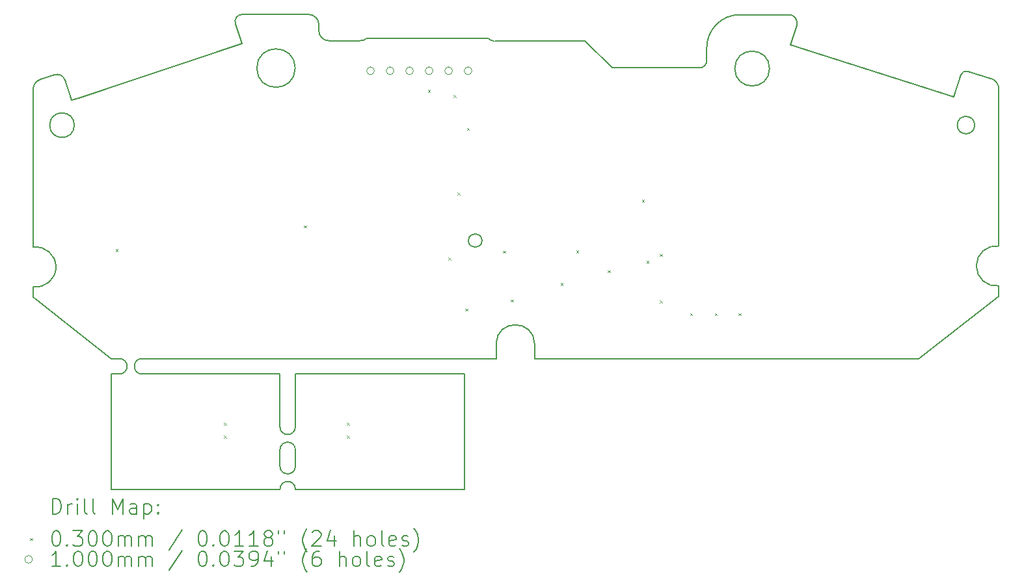
<source format=gbr>
%TF.GenerationSoftware,KiCad,Pcbnew,8.0.9*%
%TF.CreationDate,2025-09-24T23:27:44+09:00*%
%TF.ProjectId,usb_sfc_pad,7573625f-7366-4635-9f70-61642e6b6963,rev?*%
%TF.SameCoordinates,Original*%
%TF.FileFunction,Drillmap*%
%TF.FilePolarity,Positive*%
%FSLAX45Y45*%
G04 Gerber Fmt 4.5, Leading zero omitted, Abs format (unit mm)*
G04 Created by KiCad (PCBNEW 8.0.9) date 2025-09-24 23:27:44*
%MOMM*%
%LPD*%
G01*
G04 APERTURE LIST*
%ADD10C,0.200000*%
%ADD11C,0.050000*%
%ADD12C,0.100000*%
G04 APERTURE END LIST*
D10*
X15166155Y-12552955D02*
G75*
G02*
X15666787Y-12558575I250275J-6465D01*
G01*
X13392241Y-8609462D02*
X12992122Y-8609462D01*
X12353771Y-12950000D02*
X12353771Y-13637500D01*
X21708663Y-11801257D02*
G75*
G02*
X21708662Y-11282103I-31583J259577D01*
G01*
X12553771Y-13937500D02*
X12553771Y-14150000D01*
X12956271Y-12747936D02*
X14856271Y-12747936D01*
X17907513Y-8870472D02*
G75*
G02*
X17816331Y-8961653I-91183J2D01*
G01*
X12553771Y-13637500D02*
G75*
G02*
X12353771Y-13637500I-100000J0D01*
G01*
X17816331Y-8961654D02*
X16674113Y-8961654D01*
X18978236Y-8269557D02*
X18338130Y-8269557D01*
X17907513Y-8700174D02*
G75*
G02*
X18338130Y-8269553I430617J4D01*
G01*
X13489798Y-8574752D02*
G75*
G02*
X13392241Y-8609461I-97558J119752D01*
G01*
X9142289Y-11813560D02*
X9142289Y-11944802D01*
X9421554Y-9052068D02*
X9231940Y-9114902D01*
X12992122Y-8609462D02*
G75*
G02*
X12859578Y-8476923I-2J132542D01*
G01*
X10260000Y-12747936D02*
G75*
G02*
X10260000Y-12950004I3160J-101034D01*
G01*
X12859583Y-8476923D02*
X12859583Y-8398885D01*
X9142289Y-11297846D02*
G75*
G02*
X9142289Y-11813560I36020J-257857D01*
G01*
X10156271Y-12747936D02*
X10260000Y-12747936D01*
X21216225Y-9052481D02*
X21125553Y-9337870D01*
X9737625Y-9353309D02*
X9642500Y-9385000D01*
X14753771Y-14450000D02*
X14753771Y-12950000D01*
X11773121Y-8389529D02*
G75*
G02*
X11861629Y-8266892I88509J29379D01*
G01*
X18724928Y-8971095D02*
G75*
G02*
X18272108Y-8971095I-226410J0D01*
G01*
X18272108Y-8971095D02*
G75*
G02*
X18724928Y-8971095I226410J0D01*
G01*
X11773121Y-8389529D02*
X11859256Y-8648994D01*
X14753771Y-12950000D02*
X12553771Y-12950000D01*
X21708663Y-11940487D02*
X21708663Y-11801257D01*
X15666791Y-12558575D02*
X15666791Y-12747936D01*
X21393964Y-9707707D02*
G75*
G02*
X21167544Y-9707707I-113210J0D01*
G01*
X21167544Y-9707707D02*
G75*
G02*
X21393964Y-9707707I113210J0D01*
G01*
X12353771Y-12950000D02*
X10560000Y-12950000D01*
X12553771Y-12950000D02*
X12553771Y-13637500D01*
X14982698Y-11211638D02*
G75*
G02*
X14806068Y-11211638I-88315J0D01*
G01*
X14806068Y-11211638D02*
G75*
G02*
X14982698Y-11211638I88315J0D01*
G01*
X10560000Y-12950000D02*
G75*
G02*
X10560000Y-12747940I0J101030D01*
G01*
X10153771Y-12950000D02*
X10260000Y-12950000D01*
X9421554Y-9052068D02*
G75*
G02*
X9554031Y-9118512I33016J-99462D01*
G01*
X9676283Y-9708732D02*
G75*
G02*
X9356283Y-9708732I-160000J0D01*
G01*
X9356283Y-9708732D02*
G75*
G02*
X9676283Y-9708732I160000J0D01*
G01*
X9142289Y-9239125D02*
G75*
G02*
X9231941Y-9114905I130891J-5D01*
G01*
X21216225Y-9052481D02*
G75*
G02*
X21305850Y-9005853I68215J-21669D01*
G01*
X10153771Y-12950000D02*
X10153771Y-14450000D01*
X16321176Y-8614729D02*
X15150646Y-8614729D01*
X12353771Y-13937500D02*
X12353771Y-14150000D01*
X12553771Y-14150000D02*
G75*
G02*
X12353771Y-14150000I-100000J0D01*
G01*
X12353771Y-14450000D02*
G75*
G02*
X12553771Y-14450000I100000J0D01*
G01*
X12551631Y-8964978D02*
G75*
G02*
X12051631Y-8964978I-250000J0D01*
G01*
X12051631Y-8964978D02*
G75*
G02*
X12551631Y-8964978I250000J0D01*
G01*
X15666791Y-12747936D02*
X20666039Y-12747936D01*
X9142289Y-11944802D02*
X10156271Y-12747936D01*
X21708663Y-11282092D02*
X21708663Y-9239664D01*
X15130040Y-8612264D02*
G75*
G02*
X15059998Y-8575002I21250J124404D01*
G01*
X10153771Y-14450000D02*
X12353771Y-14450000D01*
X18996614Y-8661480D02*
X19077864Y-8405745D01*
X12553771Y-14450000D02*
X14753771Y-14450000D01*
D11*
X15130040Y-8612264D02*
X15150646Y-8614729D01*
D10*
X17907513Y-8700174D02*
X17907513Y-8870472D01*
X16674113Y-8961654D02*
X16321176Y-8614729D01*
X9142289Y-9239125D02*
X9142289Y-11297846D01*
X14856271Y-12747936D02*
X15166155Y-12747936D01*
X15166155Y-12747936D02*
X15166155Y-12552955D01*
X21125553Y-9337870D02*
X18996614Y-8661480D01*
X15060000Y-8575000D02*
X13489798Y-8574752D01*
X11456271Y-12747936D02*
X12956271Y-12747936D01*
X12727589Y-8266890D02*
X11861629Y-8266890D01*
X21606014Y-9099921D02*
G75*
G02*
X21708661Y-9239664I-43794J-139739D01*
G01*
X9642500Y-9385000D02*
X9554034Y-9118511D01*
X10560000Y-12747936D02*
X11456271Y-12747936D01*
X18978237Y-8269557D02*
G75*
G02*
X19077865Y-8405745I3J-104533D01*
G01*
X21606014Y-9099921D02*
X21305851Y-9005851D01*
X12727589Y-8266890D02*
G75*
G02*
X12859580Y-8398885I1J-131990D01*
G01*
X12353771Y-13937500D02*
G75*
G02*
X12553771Y-13937500I100000J0D01*
G01*
X11859256Y-8648994D02*
X9737625Y-9353309D01*
X20666039Y-12747936D02*
X21708663Y-11940487D01*
D12*
X10215000Y-11325000D02*
X10245000Y-11355000D01*
X10245000Y-11325000D02*
X10215000Y-11355000D01*
X11625000Y-13585000D02*
X11655000Y-13615000D01*
X11655000Y-13585000D02*
X11625000Y-13615000D01*
X11625000Y-13755000D02*
X11655000Y-13785000D01*
X11655000Y-13755000D02*
X11625000Y-13785000D01*
X12665000Y-11015000D02*
X12695000Y-11045000D01*
X12695000Y-11015000D02*
X12665000Y-11045000D01*
X13225000Y-13585000D02*
X13255000Y-13615000D01*
X13255000Y-13585000D02*
X13225000Y-13615000D01*
X13225000Y-13755000D02*
X13255000Y-13785000D01*
X13255000Y-13755000D02*
X13225000Y-13785000D01*
X14279000Y-9251000D02*
X14309000Y-9281000D01*
X14309000Y-9251000D02*
X14279000Y-9281000D01*
X14545000Y-11435000D02*
X14575000Y-11465000D01*
X14575000Y-11435000D02*
X14545000Y-11465000D01*
X14615000Y-9315000D02*
X14645000Y-9345000D01*
X14645000Y-9315000D02*
X14615000Y-9345000D01*
X14665000Y-10585000D02*
X14695000Y-10615000D01*
X14695000Y-10585000D02*
X14665000Y-10615000D01*
X14765000Y-12097500D02*
X14795000Y-12127500D01*
X14795000Y-12097500D02*
X14765000Y-12127500D01*
X14785000Y-9745000D02*
X14815000Y-9775000D01*
X14815000Y-9745000D02*
X14785000Y-9775000D01*
X15255000Y-11346029D02*
X15285000Y-11376029D01*
X15285000Y-11346029D02*
X15255000Y-11376029D01*
X15357500Y-11977500D02*
X15387500Y-12007500D01*
X15387500Y-11977500D02*
X15357500Y-12007500D01*
X16005000Y-11765000D02*
X16035000Y-11795000D01*
X16035000Y-11765000D02*
X16005000Y-11795000D01*
X16210000Y-11340000D02*
X16240000Y-11370000D01*
X16240000Y-11340000D02*
X16210000Y-11370000D01*
X16620000Y-11600000D02*
X16650000Y-11630000D01*
X16650000Y-11600000D02*
X16620000Y-11630000D01*
X17062500Y-10677500D02*
X17092500Y-10707500D01*
X17092500Y-10677500D02*
X17062500Y-10707500D01*
X17125000Y-11475000D02*
X17155000Y-11505000D01*
X17155000Y-11475000D02*
X17125000Y-11505000D01*
X17295000Y-11992500D02*
X17325000Y-12022500D01*
X17325000Y-11992500D02*
X17295000Y-12022500D01*
X17297500Y-11385000D02*
X17327500Y-11415000D01*
X17327500Y-11385000D02*
X17297500Y-11415000D01*
X17692500Y-12157500D02*
X17722500Y-12187500D01*
X17722500Y-12157500D02*
X17692500Y-12187500D01*
X18012500Y-12157500D02*
X18042500Y-12187500D01*
X18042500Y-12157500D02*
X18012500Y-12187500D01*
X18322500Y-12157500D02*
X18352500Y-12187500D01*
X18352500Y-12157500D02*
X18322500Y-12187500D01*
X13582000Y-9000000D02*
G75*
G02*
X13482000Y-9000000I-50000J0D01*
G01*
X13482000Y-9000000D02*
G75*
G02*
X13582000Y-9000000I50000J0D01*
G01*
X13836000Y-9000000D02*
G75*
G02*
X13736000Y-9000000I-50000J0D01*
G01*
X13736000Y-9000000D02*
G75*
G02*
X13836000Y-9000000I50000J0D01*
G01*
X14090000Y-9000000D02*
G75*
G02*
X13990000Y-9000000I-50000J0D01*
G01*
X13990000Y-9000000D02*
G75*
G02*
X14090000Y-9000000I50000J0D01*
G01*
X14344000Y-9000000D02*
G75*
G02*
X14244000Y-9000000I-50000J0D01*
G01*
X14244000Y-9000000D02*
G75*
G02*
X14344000Y-9000000I50000J0D01*
G01*
X14598000Y-9000000D02*
G75*
G02*
X14498000Y-9000000I-50000J0D01*
G01*
X14498000Y-9000000D02*
G75*
G02*
X14598000Y-9000000I50000J0D01*
G01*
X14852000Y-9000000D02*
G75*
G02*
X14752000Y-9000000I-50000J0D01*
G01*
X14752000Y-9000000D02*
G75*
G02*
X14852000Y-9000000I50000J0D01*
G01*
D10*
X9393066Y-14771484D02*
X9393066Y-14571484D01*
X9393066Y-14571484D02*
X9440685Y-14571484D01*
X9440685Y-14571484D02*
X9469256Y-14581008D01*
X9469256Y-14581008D02*
X9488304Y-14600055D01*
X9488304Y-14600055D02*
X9497828Y-14619103D01*
X9497828Y-14619103D02*
X9507352Y-14657198D01*
X9507352Y-14657198D02*
X9507352Y-14685769D01*
X9507352Y-14685769D02*
X9497828Y-14723865D01*
X9497828Y-14723865D02*
X9488304Y-14742912D01*
X9488304Y-14742912D02*
X9469256Y-14761960D01*
X9469256Y-14761960D02*
X9440685Y-14771484D01*
X9440685Y-14771484D02*
X9393066Y-14771484D01*
X9593066Y-14771484D02*
X9593066Y-14638150D01*
X9593066Y-14676246D02*
X9602590Y-14657198D01*
X9602590Y-14657198D02*
X9612113Y-14647674D01*
X9612113Y-14647674D02*
X9631161Y-14638150D01*
X9631161Y-14638150D02*
X9650209Y-14638150D01*
X9716875Y-14771484D02*
X9716875Y-14638150D01*
X9716875Y-14571484D02*
X9707352Y-14581008D01*
X9707352Y-14581008D02*
X9716875Y-14590531D01*
X9716875Y-14590531D02*
X9726399Y-14581008D01*
X9726399Y-14581008D02*
X9716875Y-14571484D01*
X9716875Y-14571484D02*
X9716875Y-14590531D01*
X9840685Y-14771484D02*
X9821637Y-14761960D01*
X9821637Y-14761960D02*
X9812113Y-14742912D01*
X9812113Y-14742912D02*
X9812113Y-14571484D01*
X9945447Y-14771484D02*
X9926399Y-14761960D01*
X9926399Y-14761960D02*
X9916875Y-14742912D01*
X9916875Y-14742912D02*
X9916875Y-14571484D01*
X10174018Y-14771484D02*
X10174018Y-14571484D01*
X10174018Y-14571484D02*
X10240685Y-14714341D01*
X10240685Y-14714341D02*
X10307352Y-14571484D01*
X10307352Y-14571484D02*
X10307352Y-14771484D01*
X10488304Y-14771484D02*
X10488304Y-14666722D01*
X10488304Y-14666722D02*
X10478780Y-14647674D01*
X10478780Y-14647674D02*
X10459733Y-14638150D01*
X10459733Y-14638150D02*
X10421637Y-14638150D01*
X10421637Y-14638150D02*
X10402590Y-14647674D01*
X10488304Y-14761960D02*
X10469256Y-14771484D01*
X10469256Y-14771484D02*
X10421637Y-14771484D01*
X10421637Y-14771484D02*
X10402590Y-14761960D01*
X10402590Y-14761960D02*
X10393066Y-14742912D01*
X10393066Y-14742912D02*
X10393066Y-14723865D01*
X10393066Y-14723865D02*
X10402590Y-14704817D01*
X10402590Y-14704817D02*
X10421637Y-14695293D01*
X10421637Y-14695293D02*
X10469256Y-14695293D01*
X10469256Y-14695293D02*
X10488304Y-14685769D01*
X10583542Y-14638150D02*
X10583542Y-14838150D01*
X10583542Y-14647674D02*
X10602590Y-14638150D01*
X10602590Y-14638150D02*
X10640685Y-14638150D01*
X10640685Y-14638150D02*
X10659733Y-14647674D01*
X10659733Y-14647674D02*
X10669256Y-14657198D01*
X10669256Y-14657198D02*
X10678780Y-14676246D01*
X10678780Y-14676246D02*
X10678780Y-14733388D01*
X10678780Y-14733388D02*
X10669256Y-14752436D01*
X10669256Y-14752436D02*
X10659733Y-14761960D01*
X10659733Y-14761960D02*
X10640685Y-14771484D01*
X10640685Y-14771484D02*
X10602590Y-14771484D01*
X10602590Y-14771484D02*
X10583542Y-14761960D01*
X10764494Y-14752436D02*
X10774018Y-14761960D01*
X10774018Y-14761960D02*
X10764494Y-14771484D01*
X10764494Y-14771484D02*
X10754971Y-14761960D01*
X10754971Y-14761960D02*
X10764494Y-14752436D01*
X10764494Y-14752436D02*
X10764494Y-14771484D01*
X10764494Y-14647674D02*
X10774018Y-14657198D01*
X10774018Y-14657198D02*
X10764494Y-14666722D01*
X10764494Y-14666722D02*
X10754971Y-14657198D01*
X10754971Y-14657198D02*
X10764494Y-14647674D01*
X10764494Y-14647674D02*
X10764494Y-14666722D01*
D12*
X9102289Y-15085000D02*
X9132289Y-15115000D01*
X9132289Y-15085000D02*
X9102289Y-15115000D01*
D10*
X9431161Y-14991484D02*
X9450209Y-14991484D01*
X9450209Y-14991484D02*
X9469256Y-15001008D01*
X9469256Y-15001008D02*
X9478780Y-15010531D01*
X9478780Y-15010531D02*
X9488304Y-15029579D01*
X9488304Y-15029579D02*
X9497828Y-15067674D01*
X9497828Y-15067674D02*
X9497828Y-15115293D01*
X9497828Y-15115293D02*
X9488304Y-15153388D01*
X9488304Y-15153388D02*
X9478780Y-15172436D01*
X9478780Y-15172436D02*
X9469256Y-15181960D01*
X9469256Y-15181960D02*
X9450209Y-15191484D01*
X9450209Y-15191484D02*
X9431161Y-15191484D01*
X9431161Y-15191484D02*
X9412113Y-15181960D01*
X9412113Y-15181960D02*
X9402590Y-15172436D01*
X9402590Y-15172436D02*
X9393066Y-15153388D01*
X9393066Y-15153388D02*
X9383542Y-15115293D01*
X9383542Y-15115293D02*
X9383542Y-15067674D01*
X9383542Y-15067674D02*
X9393066Y-15029579D01*
X9393066Y-15029579D02*
X9402590Y-15010531D01*
X9402590Y-15010531D02*
X9412113Y-15001008D01*
X9412113Y-15001008D02*
X9431161Y-14991484D01*
X9583542Y-15172436D02*
X9593066Y-15181960D01*
X9593066Y-15181960D02*
X9583542Y-15191484D01*
X9583542Y-15191484D02*
X9574018Y-15181960D01*
X9574018Y-15181960D02*
X9583542Y-15172436D01*
X9583542Y-15172436D02*
X9583542Y-15191484D01*
X9659733Y-14991484D02*
X9783542Y-14991484D01*
X9783542Y-14991484D02*
X9716875Y-15067674D01*
X9716875Y-15067674D02*
X9745447Y-15067674D01*
X9745447Y-15067674D02*
X9764494Y-15077198D01*
X9764494Y-15077198D02*
X9774018Y-15086722D01*
X9774018Y-15086722D02*
X9783542Y-15105769D01*
X9783542Y-15105769D02*
X9783542Y-15153388D01*
X9783542Y-15153388D02*
X9774018Y-15172436D01*
X9774018Y-15172436D02*
X9764494Y-15181960D01*
X9764494Y-15181960D02*
X9745447Y-15191484D01*
X9745447Y-15191484D02*
X9688304Y-15191484D01*
X9688304Y-15191484D02*
X9669256Y-15181960D01*
X9669256Y-15181960D02*
X9659733Y-15172436D01*
X9907352Y-14991484D02*
X9926399Y-14991484D01*
X9926399Y-14991484D02*
X9945447Y-15001008D01*
X9945447Y-15001008D02*
X9954971Y-15010531D01*
X9954971Y-15010531D02*
X9964494Y-15029579D01*
X9964494Y-15029579D02*
X9974018Y-15067674D01*
X9974018Y-15067674D02*
X9974018Y-15115293D01*
X9974018Y-15115293D02*
X9964494Y-15153388D01*
X9964494Y-15153388D02*
X9954971Y-15172436D01*
X9954971Y-15172436D02*
X9945447Y-15181960D01*
X9945447Y-15181960D02*
X9926399Y-15191484D01*
X9926399Y-15191484D02*
X9907352Y-15191484D01*
X9907352Y-15191484D02*
X9888304Y-15181960D01*
X9888304Y-15181960D02*
X9878780Y-15172436D01*
X9878780Y-15172436D02*
X9869256Y-15153388D01*
X9869256Y-15153388D02*
X9859733Y-15115293D01*
X9859733Y-15115293D02*
X9859733Y-15067674D01*
X9859733Y-15067674D02*
X9869256Y-15029579D01*
X9869256Y-15029579D02*
X9878780Y-15010531D01*
X9878780Y-15010531D02*
X9888304Y-15001008D01*
X9888304Y-15001008D02*
X9907352Y-14991484D01*
X10097828Y-14991484D02*
X10116875Y-14991484D01*
X10116875Y-14991484D02*
X10135923Y-15001008D01*
X10135923Y-15001008D02*
X10145447Y-15010531D01*
X10145447Y-15010531D02*
X10154971Y-15029579D01*
X10154971Y-15029579D02*
X10164494Y-15067674D01*
X10164494Y-15067674D02*
X10164494Y-15115293D01*
X10164494Y-15115293D02*
X10154971Y-15153388D01*
X10154971Y-15153388D02*
X10145447Y-15172436D01*
X10145447Y-15172436D02*
X10135923Y-15181960D01*
X10135923Y-15181960D02*
X10116875Y-15191484D01*
X10116875Y-15191484D02*
X10097828Y-15191484D01*
X10097828Y-15191484D02*
X10078780Y-15181960D01*
X10078780Y-15181960D02*
X10069256Y-15172436D01*
X10069256Y-15172436D02*
X10059733Y-15153388D01*
X10059733Y-15153388D02*
X10050209Y-15115293D01*
X10050209Y-15115293D02*
X10050209Y-15067674D01*
X10050209Y-15067674D02*
X10059733Y-15029579D01*
X10059733Y-15029579D02*
X10069256Y-15010531D01*
X10069256Y-15010531D02*
X10078780Y-15001008D01*
X10078780Y-15001008D02*
X10097828Y-14991484D01*
X10250209Y-15191484D02*
X10250209Y-15058150D01*
X10250209Y-15077198D02*
X10259733Y-15067674D01*
X10259733Y-15067674D02*
X10278780Y-15058150D01*
X10278780Y-15058150D02*
X10307352Y-15058150D01*
X10307352Y-15058150D02*
X10326399Y-15067674D01*
X10326399Y-15067674D02*
X10335923Y-15086722D01*
X10335923Y-15086722D02*
X10335923Y-15191484D01*
X10335923Y-15086722D02*
X10345447Y-15067674D01*
X10345447Y-15067674D02*
X10364494Y-15058150D01*
X10364494Y-15058150D02*
X10393066Y-15058150D01*
X10393066Y-15058150D02*
X10412114Y-15067674D01*
X10412114Y-15067674D02*
X10421637Y-15086722D01*
X10421637Y-15086722D02*
X10421637Y-15191484D01*
X10516875Y-15191484D02*
X10516875Y-15058150D01*
X10516875Y-15077198D02*
X10526399Y-15067674D01*
X10526399Y-15067674D02*
X10545447Y-15058150D01*
X10545447Y-15058150D02*
X10574018Y-15058150D01*
X10574018Y-15058150D02*
X10593066Y-15067674D01*
X10593066Y-15067674D02*
X10602590Y-15086722D01*
X10602590Y-15086722D02*
X10602590Y-15191484D01*
X10602590Y-15086722D02*
X10612114Y-15067674D01*
X10612114Y-15067674D02*
X10631161Y-15058150D01*
X10631161Y-15058150D02*
X10659733Y-15058150D01*
X10659733Y-15058150D02*
X10678780Y-15067674D01*
X10678780Y-15067674D02*
X10688304Y-15086722D01*
X10688304Y-15086722D02*
X10688304Y-15191484D01*
X11078780Y-14981960D02*
X10907352Y-15239103D01*
X11335923Y-14991484D02*
X11354971Y-14991484D01*
X11354971Y-14991484D02*
X11374018Y-15001008D01*
X11374018Y-15001008D02*
X11383542Y-15010531D01*
X11383542Y-15010531D02*
X11393066Y-15029579D01*
X11393066Y-15029579D02*
X11402590Y-15067674D01*
X11402590Y-15067674D02*
X11402590Y-15115293D01*
X11402590Y-15115293D02*
X11393066Y-15153388D01*
X11393066Y-15153388D02*
X11383542Y-15172436D01*
X11383542Y-15172436D02*
X11374018Y-15181960D01*
X11374018Y-15181960D02*
X11354971Y-15191484D01*
X11354971Y-15191484D02*
X11335923Y-15191484D01*
X11335923Y-15191484D02*
X11316875Y-15181960D01*
X11316875Y-15181960D02*
X11307352Y-15172436D01*
X11307352Y-15172436D02*
X11297828Y-15153388D01*
X11297828Y-15153388D02*
X11288304Y-15115293D01*
X11288304Y-15115293D02*
X11288304Y-15067674D01*
X11288304Y-15067674D02*
X11297828Y-15029579D01*
X11297828Y-15029579D02*
X11307352Y-15010531D01*
X11307352Y-15010531D02*
X11316875Y-15001008D01*
X11316875Y-15001008D02*
X11335923Y-14991484D01*
X11488304Y-15172436D02*
X11497828Y-15181960D01*
X11497828Y-15181960D02*
X11488304Y-15191484D01*
X11488304Y-15191484D02*
X11478780Y-15181960D01*
X11478780Y-15181960D02*
X11488304Y-15172436D01*
X11488304Y-15172436D02*
X11488304Y-15191484D01*
X11621637Y-14991484D02*
X11640685Y-14991484D01*
X11640685Y-14991484D02*
X11659733Y-15001008D01*
X11659733Y-15001008D02*
X11669256Y-15010531D01*
X11669256Y-15010531D02*
X11678780Y-15029579D01*
X11678780Y-15029579D02*
X11688304Y-15067674D01*
X11688304Y-15067674D02*
X11688304Y-15115293D01*
X11688304Y-15115293D02*
X11678780Y-15153388D01*
X11678780Y-15153388D02*
X11669256Y-15172436D01*
X11669256Y-15172436D02*
X11659733Y-15181960D01*
X11659733Y-15181960D02*
X11640685Y-15191484D01*
X11640685Y-15191484D02*
X11621637Y-15191484D01*
X11621637Y-15191484D02*
X11602590Y-15181960D01*
X11602590Y-15181960D02*
X11593066Y-15172436D01*
X11593066Y-15172436D02*
X11583542Y-15153388D01*
X11583542Y-15153388D02*
X11574018Y-15115293D01*
X11574018Y-15115293D02*
X11574018Y-15067674D01*
X11574018Y-15067674D02*
X11583542Y-15029579D01*
X11583542Y-15029579D02*
X11593066Y-15010531D01*
X11593066Y-15010531D02*
X11602590Y-15001008D01*
X11602590Y-15001008D02*
X11621637Y-14991484D01*
X11878780Y-15191484D02*
X11764495Y-15191484D01*
X11821637Y-15191484D02*
X11821637Y-14991484D01*
X11821637Y-14991484D02*
X11802590Y-15020055D01*
X11802590Y-15020055D02*
X11783542Y-15039103D01*
X11783542Y-15039103D02*
X11764495Y-15048627D01*
X12069256Y-15191484D02*
X11954971Y-15191484D01*
X12012114Y-15191484D02*
X12012114Y-14991484D01*
X12012114Y-14991484D02*
X11993066Y-15020055D01*
X11993066Y-15020055D02*
X11974018Y-15039103D01*
X11974018Y-15039103D02*
X11954971Y-15048627D01*
X12183542Y-15077198D02*
X12164495Y-15067674D01*
X12164495Y-15067674D02*
X12154971Y-15058150D01*
X12154971Y-15058150D02*
X12145447Y-15039103D01*
X12145447Y-15039103D02*
X12145447Y-15029579D01*
X12145447Y-15029579D02*
X12154971Y-15010531D01*
X12154971Y-15010531D02*
X12164495Y-15001008D01*
X12164495Y-15001008D02*
X12183542Y-14991484D01*
X12183542Y-14991484D02*
X12221637Y-14991484D01*
X12221637Y-14991484D02*
X12240685Y-15001008D01*
X12240685Y-15001008D02*
X12250209Y-15010531D01*
X12250209Y-15010531D02*
X12259733Y-15029579D01*
X12259733Y-15029579D02*
X12259733Y-15039103D01*
X12259733Y-15039103D02*
X12250209Y-15058150D01*
X12250209Y-15058150D02*
X12240685Y-15067674D01*
X12240685Y-15067674D02*
X12221637Y-15077198D01*
X12221637Y-15077198D02*
X12183542Y-15077198D01*
X12183542Y-15077198D02*
X12164495Y-15086722D01*
X12164495Y-15086722D02*
X12154971Y-15096246D01*
X12154971Y-15096246D02*
X12145447Y-15115293D01*
X12145447Y-15115293D02*
X12145447Y-15153388D01*
X12145447Y-15153388D02*
X12154971Y-15172436D01*
X12154971Y-15172436D02*
X12164495Y-15181960D01*
X12164495Y-15181960D02*
X12183542Y-15191484D01*
X12183542Y-15191484D02*
X12221637Y-15191484D01*
X12221637Y-15191484D02*
X12240685Y-15181960D01*
X12240685Y-15181960D02*
X12250209Y-15172436D01*
X12250209Y-15172436D02*
X12259733Y-15153388D01*
X12259733Y-15153388D02*
X12259733Y-15115293D01*
X12259733Y-15115293D02*
X12250209Y-15096246D01*
X12250209Y-15096246D02*
X12240685Y-15086722D01*
X12240685Y-15086722D02*
X12221637Y-15077198D01*
X12335923Y-14991484D02*
X12335923Y-15029579D01*
X12412114Y-14991484D02*
X12412114Y-15029579D01*
X12707352Y-15267674D02*
X12697828Y-15258150D01*
X12697828Y-15258150D02*
X12678780Y-15229579D01*
X12678780Y-15229579D02*
X12669257Y-15210531D01*
X12669257Y-15210531D02*
X12659733Y-15181960D01*
X12659733Y-15181960D02*
X12650209Y-15134341D01*
X12650209Y-15134341D02*
X12650209Y-15096246D01*
X12650209Y-15096246D02*
X12659733Y-15048627D01*
X12659733Y-15048627D02*
X12669257Y-15020055D01*
X12669257Y-15020055D02*
X12678780Y-15001008D01*
X12678780Y-15001008D02*
X12697828Y-14972436D01*
X12697828Y-14972436D02*
X12707352Y-14962912D01*
X12774018Y-15010531D02*
X12783542Y-15001008D01*
X12783542Y-15001008D02*
X12802590Y-14991484D01*
X12802590Y-14991484D02*
X12850209Y-14991484D01*
X12850209Y-14991484D02*
X12869257Y-15001008D01*
X12869257Y-15001008D02*
X12878780Y-15010531D01*
X12878780Y-15010531D02*
X12888304Y-15029579D01*
X12888304Y-15029579D02*
X12888304Y-15048627D01*
X12888304Y-15048627D02*
X12878780Y-15077198D01*
X12878780Y-15077198D02*
X12764495Y-15191484D01*
X12764495Y-15191484D02*
X12888304Y-15191484D01*
X13059733Y-15058150D02*
X13059733Y-15191484D01*
X13012114Y-14981960D02*
X12964495Y-15124817D01*
X12964495Y-15124817D02*
X13088304Y-15124817D01*
X13316876Y-15191484D02*
X13316876Y-14991484D01*
X13402590Y-15191484D02*
X13402590Y-15086722D01*
X13402590Y-15086722D02*
X13393066Y-15067674D01*
X13393066Y-15067674D02*
X13374019Y-15058150D01*
X13374019Y-15058150D02*
X13345447Y-15058150D01*
X13345447Y-15058150D02*
X13326399Y-15067674D01*
X13326399Y-15067674D02*
X13316876Y-15077198D01*
X13526399Y-15191484D02*
X13507352Y-15181960D01*
X13507352Y-15181960D02*
X13497828Y-15172436D01*
X13497828Y-15172436D02*
X13488304Y-15153388D01*
X13488304Y-15153388D02*
X13488304Y-15096246D01*
X13488304Y-15096246D02*
X13497828Y-15077198D01*
X13497828Y-15077198D02*
X13507352Y-15067674D01*
X13507352Y-15067674D02*
X13526399Y-15058150D01*
X13526399Y-15058150D02*
X13554971Y-15058150D01*
X13554971Y-15058150D02*
X13574019Y-15067674D01*
X13574019Y-15067674D02*
X13583542Y-15077198D01*
X13583542Y-15077198D02*
X13593066Y-15096246D01*
X13593066Y-15096246D02*
X13593066Y-15153388D01*
X13593066Y-15153388D02*
X13583542Y-15172436D01*
X13583542Y-15172436D02*
X13574019Y-15181960D01*
X13574019Y-15181960D02*
X13554971Y-15191484D01*
X13554971Y-15191484D02*
X13526399Y-15191484D01*
X13707352Y-15191484D02*
X13688304Y-15181960D01*
X13688304Y-15181960D02*
X13678780Y-15162912D01*
X13678780Y-15162912D02*
X13678780Y-14991484D01*
X13859733Y-15181960D02*
X13840685Y-15191484D01*
X13840685Y-15191484D02*
X13802590Y-15191484D01*
X13802590Y-15191484D02*
X13783542Y-15181960D01*
X13783542Y-15181960D02*
X13774019Y-15162912D01*
X13774019Y-15162912D02*
X13774019Y-15086722D01*
X13774019Y-15086722D02*
X13783542Y-15067674D01*
X13783542Y-15067674D02*
X13802590Y-15058150D01*
X13802590Y-15058150D02*
X13840685Y-15058150D01*
X13840685Y-15058150D02*
X13859733Y-15067674D01*
X13859733Y-15067674D02*
X13869257Y-15086722D01*
X13869257Y-15086722D02*
X13869257Y-15105769D01*
X13869257Y-15105769D02*
X13774019Y-15124817D01*
X13945447Y-15181960D02*
X13964495Y-15191484D01*
X13964495Y-15191484D02*
X14002590Y-15191484D01*
X14002590Y-15191484D02*
X14021638Y-15181960D01*
X14021638Y-15181960D02*
X14031161Y-15162912D01*
X14031161Y-15162912D02*
X14031161Y-15153388D01*
X14031161Y-15153388D02*
X14021638Y-15134341D01*
X14021638Y-15134341D02*
X14002590Y-15124817D01*
X14002590Y-15124817D02*
X13974019Y-15124817D01*
X13974019Y-15124817D02*
X13954971Y-15115293D01*
X13954971Y-15115293D02*
X13945447Y-15096246D01*
X13945447Y-15096246D02*
X13945447Y-15086722D01*
X13945447Y-15086722D02*
X13954971Y-15067674D01*
X13954971Y-15067674D02*
X13974019Y-15058150D01*
X13974019Y-15058150D02*
X14002590Y-15058150D01*
X14002590Y-15058150D02*
X14021638Y-15067674D01*
X14097828Y-15267674D02*
X14107352Y-15258150D01*
X14107352Y-15258150D02*
X14126400Y-15229579D01*
X14126400Y-15229579D02*
X14135923Y-15210531D01*
X14135923Y-15210531D02*
X14145447Y-15181960D01*
X14145447Y-15181960D02*
X14154971Y-15134341D01*
X14154971Y-15134341D02*
X14154971Y-15096246D01*
X14154971Y-15096246D02*
X14145447Y-15048627D01*
X14145447Y-15048627D02*
X14135923Y-15020055D01*
X14135923Y-15020055D02*
X14126400Y-15001008D01*
X14126400Y-15001008D02*
X14107352Y-14972436D01*
X14107352Y-14972436D02*
X14097828Y-14962912D01*
D12*
X9132289Y-15364000D02*
G75*
G02*
X9032289Y-15364000I-50000J0D01*
G01*
X9032289Y-15364000D02*
G75*
G02*
X9132289Y-15364000I50000J0D01*
G01*
D10*
X9497828Y-15455484D02*
X9383542Y-15455484D01*
X9440685Y-15455484D02*
X9440685Y-15255484D01*
X9440685Y-15255484D02*
X9421637Y-15284055D01*
X9421637Y-15284055D02*
X9402590Y-15303103D01*
X9402590Y-15303103D02*
X9383542Y-15312627D01*
X9583542Y-15436436D02*
X9593066Y-15445960D01*
X9593066Y-15445960D02*
X9583542Y-15455484D01*
X9583542Y-15455484D02*
X9574018Y-15445960D01*
X9574018Y-15445960D02*
X9583542Y-15436436D01*
X9583542Y-15436436D02*
X9583542Y-15455484D01*
X9716875Y-15255484D02*
X9735923Y-15255484D01*
X9735923Y-15255484D02*
X9754971Y-15265008D01*
X9754971Y-15265008D02*
X9764494Y-15274531D01*
X9764494Y-15274531D02*
X9774018Y-15293579D01*
X9774018Y-15293579D02*
X9783542Y-15331674D01*
X9783542Y-15331674D02*
X9783542Y-15379293D01*
X9783542Y-15379293D02*
X9774018Y-15417388D01*
X9774018Y-15417388D02*
X9764494Y-15436436D01*
X9764494Y-15436436D02*
X9754971Y-15445960D01*
X9754971Y-15445960D02*
X9735923Y-15455484D01*
X9735923Y-15455484D02*
X9716875Y-15455484D01*
X9716875Y-15455484D02*
X9697828Y-15445960D01*
X9697828Y-15445960D02*
X9688304Y-15436436D01*
X9688304Y-15436436D02*
X9678780Y-15417388D01*
X9678780Y-15417388D02*
X9669256Y-15379293D01*
X9669256Y-15379293D02*
X9669256Y-15331674D01*
X9669256Y-15331674D02*
X9678780Y-15293579D01*
X9678780Y-15293579D02*
X9688304Y-15274531D01*
X9688304Y-15274531D02*
X9697828Y-15265008D01*
X9697828Y-15265008D02*
X9716875Y-15255484D01*
X9907352Y-15255484D02*
X9926399Y-15255484D01*
X9926399Y-15255484D02*
X9945447Y-15265008D01*
X9945447Y-15265008D02*
X9954971Y-15274531D01*
X9954971Y-15274531D02*
X9964494Y-15293579D01*
X9964494Y-15293579D02*
X9974018Y-15331674D01*
X9974018Y-15331674D02*
X9974018Y-15379293D01*
X9974018Y-15379293D02*
X9964494Y-15417388D01*
X9964494Y-15417388D02*
X9954971Y-15436436D01*
X9954971Y-15436436D02*
X9945447Y-15445960D01*
X9945447Y-15445960D02*
X9926399Y-15455484D01*
X9926399Y-15455484D02*
X9907352Y-15455484D01*
X9907352Y-15455484D02*
X9888304Y-15445960D01*
X9888304Y-15445960D02*
X9878780Y-15436436D01*
X9878780Y-15436436D02*
X9869256Y-15417388D01*
X9869256Y-15417388D02*
X9859733Y-15379293D01*
X9859733Y-15379293D02*
X9859733Y-15331674D01*
X9859733Y-15331674D02*
X9869256Y-15293579D01*
X9869256Y-15293579D02*
X9878780Y-15274531D01*
X9878780Y-15274531D02*
X9888304Y-15265008D01*
X9888304Y-15265008D02*
X9907352Y-15255484D01*
X10097828Y-15255484D02*
X10116875Y-15255484D01*
X10116875Y-15255484D02*
X10135923Y-15265008D01*
X10135923Y-15265008D02*
X10145447Y-15274531D01*
X10145447Y-15274531D02*
X10154971Y-15293579D01*
X10154971Y-15293579D02*
X10164494Y-15331674D01*
X10164494Y-15331674D02*
X10164494Y-15379293D01*
X10164494Y-15379293D02*
X10154971Y-15417388D01*
X10154971Y-15417388D02*
X10145447Y-15436436D01*
X10145447Y-15436436D02*
X10135923Y-15445960D01*
X10135923Y-15445960D02*
X10116875Y-15455484D01*
X10116875Y-15455484D02*
X10097828Y-15455484D01*
X10097828Y-15455484D02*
X10078780Y-15445960D01*
X10078780Y-15445960D02*
X10069256Y-15436436D01*
X10069256Y-15436436D02*
X10059733Y-15417388D01*
X10059733Y-15417388D02*
X10050209Y-15379293D01*
X10050209Y-15379293D02*
X10050209Y-15331674D01*
X10050209Y-15331674D02*
X10059733Y-15293579D01*
X10059733Y-15293579D02*
X10069256Y-15274531D01*
X10069256Y-15274531D02*
X10078780Y-15265008D01*
X10078780Y-15265008D02*
X10097828Y-15255484D01*
X10250209Y-15455484D02*
X10250209Y-15322150D01*
X10250209Y-15341198D02*
X10259733Y-15331674D01*
X10259733Y-15331674D02*
X10278780Y-15322150D01*
X10278780Y-15322150D02*
X10307352Y-15322150D01*
X10307352Y-15322150D02*
X10326399Y-15331674D01*
X10326399Y-15331674D02*
X10335923Y-15350722D01*
X10335923Y-15350722D02*
X10335923Y-15455484D01*
X10335923Y-15350722D02*
X10345447Y-15331674D01*
X10345447Y-15331674D02*
X10364494Y-15322150D01*
X10364494Y-15322150D02*
X10393066Y-15322150D01*
X10393066Y-15322150D02*
X10412114Y-15331674D01*
X10412114Y-15331674D02*
X10421637Y-15350722D01*
X10421637Y-15350722D02*
X10421637Y-15455484D01*
X10516875Y-15455484D02*
X10516875Y-15322150D01*
X10516875Y-15341198D02*
X10526399Y-15331674D01*
X10526399Y-15331674D02*
X10545447Y-15322150D01*
X10545447Y-15322150D02*
X10574018Y-15322150D01*
X10574018Y-15322150D02*
X10593066Y-15331674D01*
X10593066Y-15331674D02*
X10602590Y-15350722D01*
X10602590Y-15350722D02*
X10602590Y-15455484D01*
X10602590Y-15350722D02*
X10612114Y-15331674D01*
X10612114Y-15331674D02*
X10631161Y-15322150D01*
X10631161Y-15322150D02*
X10659733Y-15322150D01*
X10659733Y-15322150D02*
X10678780Y-15331674D01*
X10678780Y-15331674D02*
X10688304Y-15350722D01*
X10688304Y-15350722D02*
X10688304Y-15455484D01*
X11078780Y-15245960D02*
X10907352Y-15503103D01*
X11335923Y-15255484D02*
X11354971Y-15255484D01*
X11354971Y-15255484D02*
X11374018Y-15265008D01*
X11374018Y-15265008D02*
X11383542Y-15274531D01*
X11383542Y-15274531D02*
X11393066Y-15293579D01*
X11393066Y-15293579D02*
X11402590Y-15331674D01*
X11402590Y-15331674D02*
X11402590Y-15379293D01*
X11402590Y-15379293D02*
X11393066Y-15417388D01*
X11393066Y-15417388D02*
X11383542Y-15436436D01*
X11383542Y-15436436D02*
X11374018Y-15445960D01*
X11374018Y-15445960D02*
X11354971Y-15455484D01*
X11354971Y-15455484D02*
X11335923Y-15455484D01*
X11335923Y-15455484D02*
X11316875Y-15445960D01*
X11316875Y-15445960D02*
X11307352Y-15436436D01*
X11307352Y-15436436D02*
X11297828Y-15417388D01*
X11297828Y-15417388D02*
X11288304Y-15379293D01*
X11288304Y-15379293D02*
X11288304Y-15331674D01*
X11288304Y-15331674D02*
X11297828Y-15293579D01*
X11297828Y-15293579D02*
X11307352Y-15274531D01*
X11307352Y-15274531D02*
X11316875Y-15265008D01*
X11316875Y-15265008D02*
X11335923Y-15255484D01*
X11488304Y-15436436D02*
X11497828Y-15445960D01*
X11497828Y-15445960D02*
X11488304Y-15455484D01*
X11488304Y-15455484D02*
X11478780Y-15445960D01*
X11478780Y-15445960D02*
X11488304Y-15436436D01*
X11488304Y-15436436D02*
X11488304Y-15455484D01*
X11621637Y-15255484D02*
X11640685Y-15255484D01*
X11640685Y-15255484D02*
X11659733Y-15265008D01*
X11659733Y-15265008D02*
X11669256Y-15274531D01*
X11669256Y-15274531D02*
X11678780Y-15293579D01*
X11678780Y-15293579D02*
X11688304Y-15331674D01*
X11688304Y-15331674D02*
X11688304Y-15379293D01*
X11688304Y-15379293D02*
X11678780Y-15417388D01*
X11678780Y-15417388D02*
X11669256Y-15436436D01*
X11669256Y-15436436D02*
X11659733Y-15445960D01*
X11659733Y-15445960D02*
X11640685Y-15455484D01*
X11640685Y-15455484D02*
X11621637Y-15455484D01*
X11621637Y-15455484D02*
X11602590Y-15445960D01*
X11602590Y-15445960D02*
X11593066Y-15436436D01*
X11593066Y-15436436D02*
X11583542Y-15417388D01*
X11583542Y-15417388D02*
X11574018Y-15379293D01*
X11574018Y-15379293D02*
X11574018Y-15331674D01*
X11574018Y-15331674D02*
X11583542Y-15293579D01*
X11583542Y-15293579D02*
X11593066Y-15274531D01*
X11593066Y-15274531D02*
X11602590Y-15265008D01*
X11602590Y-15265008D02*
X11621637Y-15255484D01*
X11754971Y-15255484D02*
X11878780Y-15255484D01*
X11878780Y-15255484D02*
X11812114Y-15331674D01*
X11812114Y-15331674D02*
X11840685Y-15331674D01*
X11840685Y-15331674D02*
X11859733Y-15341198D01*
X11859733Y-15341198D02*
X11869256Y-15350722D01*
X11869256Y-15350722D02*
X11878780Y-15369769D01*
X11878780Y-15369769D02*
X11878780Y-15417388D01*
X11878780Y-15417388D02*
X11869256Y-15436436D01*
X11869256Y-15436436D02*
X11859733Y-15445960D01*
X11859733Y-15445960D02*
X11840685Y-15455484D01*
X11840685Y-15455484D02*
X11783542Y-15455484D01*
X11783542Y-15455484D02*
X11764495Y-15445960D01*
X11764495Y-15445960D02*
X11754971Y-15436436D01*
X11974018Y-15455484D02*
X12012114Y-15455484D01*
X12012114Y-15455484D02*
X12031161Y-15445960D01*
X12031161Y-15445960D02*
X12040685Y-15436436D01*
X12040685Y-15436436D02*
X12059733Y-15407865D01*
X12059733Y-15407865D02*
X12069256Y-15369769D01*
X12069256Y-15369769D02*
X12069256Y-15293579D01*
X12069256Y-15293579D02*
X12059733Y-15274531D01*
X12059733Y-15274531D02*
X12050209Y-15265008D01*
X12050209Y-15265008D02*
X12031161Y-15255484D01*
X12031161Y-15255484D02*
X11993066Y-15255484D01*
X11993066Y-15255484D02*
X11974018Y-15265008D01*
X11974018Y-15265008D02*
X11964495Y-15274531D01*
X11964495Y-15274531D02*
X11954971Y-15293579D01*
X11954971Y-15293579D02*
X11954971Y-15341198D01*
X11954971Y-15341198D02*
X11964495Y-15360246D01*
X11964495Y-15360246D02*
X11974018Y-15369769D01*
X11974018Y-15369769D02*
X11993066Y-15379293D01*
X11993066Y-15379293D02*
X12031161Y-15379293D01*
X12031161Y-15379293D02*
X12050209Y-15369769D01*
X12050209Y-15369769D02*
X12059733Y-15360246D01*
X12059733Y-15360246D02*
X12069256Y-15341198D01*
X12240685Y-15322150D02*
X12240685Y-15455484D01*
X12193066Y-15245960D02*
X12145447Y-15388817D01*
X12145447Y-15388817D02*
X12269256Y-15388817D01*
X12335923Y-15255484D02*
X12335923Y-15293579D01*
X12412114Y-15255484D02*
X12412114Y-15293579D01*
X12707352Y-15531674D02*
X12697828Y-15522150D01*
X12697828Y-15522150D02*
X12678780Y-15493579D01*
X12678780Y-15493579D02*
X12669257Y-15474531D01*
X12669257Y-15474531D02*
X12659733Y-15445960D01*
X12659733Y-15445960D02*
X12650209Y-15398341D01*
X12650209Y-15398341D02*
X12650209Y-15360246D01*
X12650209Y-15360246D02*
X12659733Y-15312627D01*
X12659733Y-15312627D02*
X12669257Y-15284055D01*
X12669257Y-15284055D02*
X12678780Y-15265008D01*
X12678780Y-15265008D02*
X12697828Y-15236436D01*
X12697828Y-15236436D02*
X12707352Y-15226912D01*
X12869257Y-15255484D02*
X12831161Y-15255484D01*
X12831161Y-15255484D02*
X12812114Y-15265008D01*
X12812114Y-15265008D02*
X12802590Y-15274531D01*
X12802590Y-15274531D02*
X12783542Y-15303103D01*
X12783542Y-15303103D02*
X12774018Y-15341198D01*
X12774018Y-15341198D02*
X12774018Y-15417388D01*
X12774018Y-15417388D02*
X12783542Y-15436436D01*
X12783542Y-15436436D02*
X12793066Y-15445960D01*
X12793066Y-15445960D02*
X12812114Y-15455484D01*
X12812114Y-15455484D02*
X12850209Y-15455484D01*
X12850209Y-15455484D02*
X12869257Y-15445960D01*
X12869257Y-15445960D02*
X12878780Y-15436436D01*
X12878780Y-15436436D02*
X12888304Y-15417388D01*
X12888304Y-15417388D02*
X12888304Y-15369769D01*
X12888304Y-15369769D02*
X12878780Y-15350722D01*
X12878780Y-15350722D02*
X12869257Y-15341198D01*
X12869257Y-15341198D02*
X12850209Y-15331674D01*
X12850209Y-15331674D02*
X12812114Y-15331674D01*
X12812114Y-15331674D02*
X12793066Y-15341198D01*
X12793066Y-15341198D02*
X12783542Y-15350722D01*
X12783542Y-15350722D02*
X12774018Y-15369769D01*
X13126399Y-15455484D02*
X13126399Y-15255484D01*
X13212114Y-15455484D02*
X13212114Y-15350722D01*
X13212114Y-15350722D02*
X13202590Y-15331674D01*
X13202590Y-15331674D02*
X13183542Y-15322150D01*
X13183542Y-15322150D02*
X13154971Y-15322150D01*
X13154971Y-15322150D02*
X13135923Y-15331674D01*
X13135923Y-15331674D02*
X13126399Y-15341198D01*
X13335923Y-15455484D02*
X13316876Y-15445960D01*
X13316876Y-15445960D02*
X13307352Y-15436436D01*
X13307352Y-15436436D02*
X13297828Y-15417388D01*
X13297828Y-15417388D02*
X13297828Y-15360246D01*
X13297828Y-15360246D02*
X13307352Y-15341198D01*
X13307352Y-15341198D02*
X13316876Y-15331674D01*
X13316876Y-15331674D02*
X13335923Y-15322150D01*
X13335923Y-15322150D02*
X13364495Y-15322150D01*
X13364495Y-15322150D02*
X13383542Y-15331674D01*
X13383542Y-15331674D02*
X13393066Y-15341198D01*
X13393066Y-15341198D02*
X13402590Y-15360246D01*
X13402590Y-15360246D02*
X13402590Y-15417388D01*
X13402590Y-15417388D02*
X13393066Y-15436436D01*
X13393066Y-15436436D02*
X13383542Y-15445960D01*
X13383542Y-15445960D02*
X13364495Y-15455484D01*
X13364495Y-15455484D02*
X13335923Y-15455484D01*
X13516876Y-15455484D02*
X13497828Y-15445960D01*
X13497828Y-15445960D02*
X13488304Y-15426912D01*
X13488304Y-15426912D02*
X13488304Y-15255484D01*
X13669257Y-15445960D02*
X13650209Y-15455484D01*
X13650209Y-15455484D02*
X13612114Y-15455484D01*
X13612114Y-15455484D02*
X13593066Y-15445960D01*
X13593066Y-15445960D02*
X13583542Y-15426912D01*
X13583542Y-15426912D02*
X13583542Y-15350722D01*
X13583542Y-15350722D02*
X13593066Y-15331674D01*
X13593066Y-15331674D02*
X13612114Y-15322150D01*
X13612114Y-15322150D02*
X13650209Y-15322150D01*
X13650209Y-15322150D02*
X13669257Y-15331674D01*
X13669257Y-15331674D02*
X13678780Y-15350722D01*
X13678780Y-15350722D02*
X13678780Y-15369769D01*
X13678780Y-15369769D02*
X13583542Y-15388817D01*
X13754971Y-15445960D02*
X13774019Y-15455484D01*
X13774019Y-15455484D02*
X13812114Y-15455484D01*
X13812114Y-15455484D02*
X13831161Y-15445960D01*
X13831161Y-15445960D02*
X13840685Y-15426912D01*
X13840685Y-15426912D02*
X13840685Y-15417388D01*
X13840685Y-15417388D02*
X13831161Y-15398341D01*
X13831161Y-15398341D02*
X13812114Y-15388817D01*
X13812114Y-15388817D02*
X13783542Y-15388817D01*
X13783542Y-15388817D02*
X13764495Y-15379293D01*
X13764495Y-15379293D02*
X13754971Y-15360246D01*
X13754971Y-15360246D02*
X13754971Y-15350722D01*
X13754971Y-15350722D02*
X13764495Y-15331674D01*
X13764495Y-15331674D02*
X13783542Y-15322150D01*
X13783542Y-15322150D02*
X13812114Y-15322150D01*
X13812114Y-15322150D02*
X13831161Y-15331674D01*
X13907352Y-15531674D02*
X13916876Y-15522150D01*
X13916876Y-15522150D02*
X13935923Y-15493579D01*
X13935923Y-15493579D02*
X13945447Y-15474531D01*
X13945447Y-15474531D02*
X13954971Y-15445960D01*
X13954971Y-15445960D02*
X13964495Y-15398341D01*
X13964495Y-15398341D02*
X13964495Y-15360246D01*
X13964495Y-15360246D02*
X13954971Y-15312627D01*
X13954971Y-15312627D02*
X13945447Y-15284055D01*
X13945447Y-15284055D02*
X13935923Y-15265008D01*
X13935923Y-15265008D02*
X13916876Y-15236436D01*
X13916876Y-15236436D02*
X13907352Y-15226912D01*
M02*

</source>
